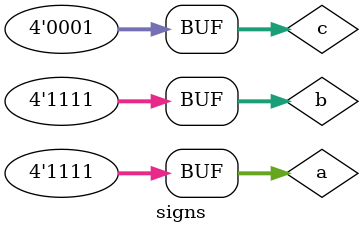
<source format=sv>


`define size 4

module signs;
  reg [`size-1:0]a;
  reg signed [`size-1:0]b;
  reg unsigned [`size-1:0]c;
  
  initial
  begin
    a = 4'shf;
    b = 4'hf;
    c = -4'shf;
  end
  
  initial
  $monitor("a=%d || b=%d || c=%d",a,b,c);
  
endmodule
</source>
